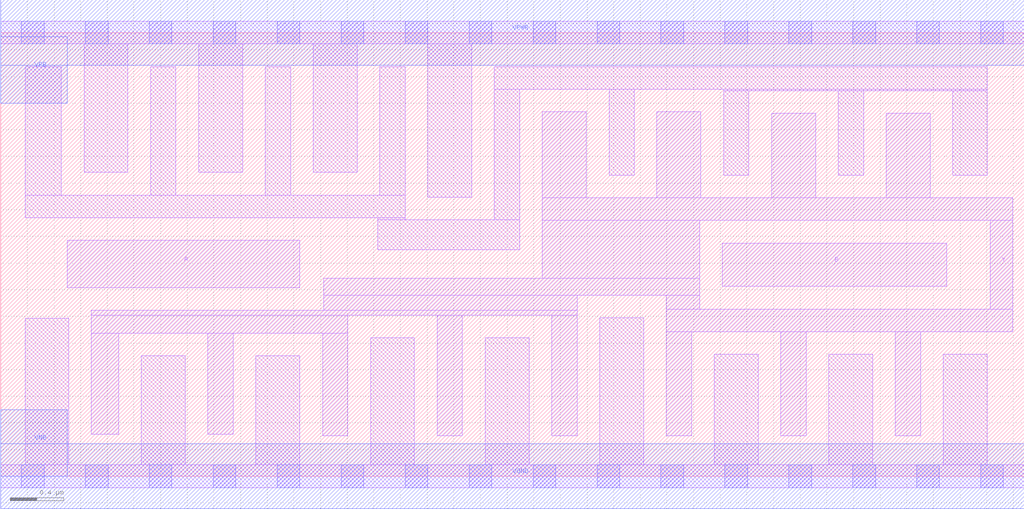
<source format=lef>
# Copyright 2020 The SkyWater PDK Authors
#
# Licensed under the Apache License, Version 2.0 (the "License");
# you may not use this file except in compliance with the License.
# You may obtain a copy of the License at
#
#     https://www.apache.org/licenses/LICENSE-2.0
#
# Unless required by applicable law or agreed to in writing, software
# distributed under the License is distributed on an "AS IS" BASIS,
# WITHOUT WARRANTIES OR CONDITIONS OF ANY KIND, either express or implied.
# See the License for the specific language governing permissions and
# limitations under the License.
#
# SPDX-License-Identifier: Apache-2.0

VERSION 5.5 ;
NAMESCASESENSITIVE ON ;
BUSBITCHARS "[]" ;
DIVIDERCHAR "/" ;
MACRO sky130_fd_sc_lp__nor2_8
  CLASS CORE ;
  SOURCE USER ;
  ORIGIN  0.000000  0.000000 ;
  SIZE  7.680000 BY  3.330000 ;
  SYMMETRY X Y R90 ;
  SITE unit ;
  PIN A
    ANTENNAGATEAREA  2.520000 ;
    DIRECTION INPUT ;
    USE SIGNAL ;
    PORT
      LAYER li1 ;
        RECT 0.500000 1.415000 2.245000 1.770000 ;
    END
  END A
  PIN B
    ANTENNAGATEAREA  2.520000 ;
    DIRECTION INPUT ;
    USE SIGNAL ;
    PORT
      LAYER li1 ;
        RECT 5.415000 1.425000 7.100000 1.750000 ;
    END
  END B
  PIN Y
    ANTENNADIFFAREA  3.292800 ;
    DIRECTION OUTPUT ;
    USE SIGNAL ;
    PORT
      LAYER li1 ;
        RECT 0.680000 0.315000 0.885000 1.075000 ;
        RECT 0.680000 1.075000 2.605000 1.210000 ;
        RECT 0.680000 1.210000 4.325000 1.245000 ;
        RECT 1.555000 0.315000 1.745000 1.075000 ;
        RECT 2.415000 0.305000 2.605000 1.075000 ;
        RECT 2.425000 1.245000 4.325000 1.360000 ;
        RECT 2.425000 1.360000 5.245000 1.485000 ;
        RECT 3.275000 0.305000 3.465000 1.210000 ;
        RECT 4.065000 1.485000 5.245000 1.920000 ;
        RECT 4.065000 1.920000 7.595000 2.090000 ;
        RECT 4.065000 2.090000 4.395000 2.735000 ;
        RECT 4.135000 0.305000 4.325000 1.210000 ;
        RECT 4.925000 2.090000 5.255000 2.735000 ;
        RECT 4.995000 0.305000 5.185000 1.085000 ;
        RECT 4.995000 1.085000 7.595000 1.255000 ;
        RECT 4.995000 1.255000 5.245000 1.360000 ;
        RECT 5.785000 2.090000 6.115000 2.725000 ;
        RECT 5.855000 0.305000 6.045000 1.085000 ;
        RECT 6.645000 2.090000 6.975000 2.725000 ;
        RECT 6.715000 0.305000 6.905000 1.085000 ;
        RECT 7.425000 1.255000 7.595000 1.920000 ;
    END
  END Y
  PIN VGND
    DIRECTION INOUT ;
    USE GROUND ;
    PORT
      LAYER met1 ;
        RECT 0.000000 -0.245000 7.680000 0.245000 ;
    END
  END VGND
  PIN VNB
    DIRECTION INOUT ;
    USE GROUND ;
    PORT
      LAYER met1 ;
        RECT 0.000000 0.000000 0.500000 0.500000 ;
    END
  END VNB
  PIN VPB
    DIRECTION INOUT ;
    USE POWER ;
    PORT
      LAYER met1 ;
        RECT 0.000000 2.800000 0.500000 3.300000 ;
    END
  END VPB
  PIN VPWR
    DIRECTION INOUT ;
    USE POWER ;
    PORT
      LAYER met1 ;
        RECT 0.000000 3.085000 7.680000 3.575000 ;
    END
  END VPWR
  OBS
    LAYER li1 ;
      RECT 0.000000 -0.085000 7.680000 0.085000 ;
      RECT 0.000000  3.245000 7.680000 3.415000 ;
      RECT 0.185000  0.085000 0.510000 1.185000 ;
      RECT 0.185000  1.940000 3.035000 2.110000 ;
      RECT 0.185000  2.110000 0.455000 3.075000 ;
      RECT 0.625000  2.280000 0.955000 3.245000 ;
      RECT 1.055000  0.085000 1.385000 0.905000 ;
      RECT 1.125000  2.110000 1.315000 3.075000 ;
      RECT 1.485000  2.280000 1.815000 3.245000 ;
      RECT 1.915000  0.085000 2.245000 0.905000 ;
      RECT 1.985000  2.110000 2.175000 3.075000 ;
      RECT 2.345000  2.280000 2.675000 3.245000 ;
      RECT 2.775000  0.085000 3.105000 1.040000 ;
      RECT 2.830000  1.700000 3.895000 1.925000 ;
      RECT 2.830000  1.925000 3.035000 1.940000 ;
      RECT 2.845000  2.110000 3.035000 3.075000 ;
      RECT 3.205000  2.095000 3.535000 3.245000 ;
      RECT 3.635000  0.085000 3.965000 1.040000 ;
      RECT 3.705000  1.925000 3.895000 2.905000 ;
      RECT 3.705000  2.905000 7.405000 3.075000 ;
      RECT 4.495000  0.085000 4.825000 1.190000 ;
      RECT 4.565000  2.260000 4.755000 2.905000 ;
      RECT 5.355000  0.085000 5.685000 0.915000 ;
      RECT 5.425000  2.260000 5.615000 2.895000 ;
      RECT 5.425000  2.895000 7.405000 2.905000 ;
      RECT 6.215000  0.085000 6.545000 0.915000 ;
      RECT 6.285000  2.260000 6.475000 2.895000 ;
      RECT 7.075000  0.085000 7.405000 0.915000 ;
      RECT 7.145000  2.260000 7.405000 2.895000 ;
    LAYER mcon ;
      RECT 0.155000 -0.085000 0.325000 0.085000 ;
      RECT 0.155000  3.245000 0.325000 3.415000 ;
      RECT 0.635000 -0.085000 0.805000 0.085000 ;
      RECT 0.635000  3.245000 0.805000 3.415000 ;
      RECT 1.115000 -0.085000 1.285000 0.085000 ;
      RECT 1.115000  3.245000 1.285000 3.415000 ;
      RECT 1.595000 -0.085000 1.765000 0.085000 ;
      RECT 1.595000  3.245000 1.765000 3.415000 ;
      RECT 2.075000 -0.085000 2.245000 0.085000 ;
      RECT 2.075000  3.245000 2.245000 3.415000 ;
      RECT 2.555000 -0.085000 2.725000 0.085000 ;
      RECT 2.555000  3.245000 2.725000 3.415000 ;
      RECT 3.035000 -0.085000 3.205000 0.085000 ;
      RECT 3.035000  3.245000 3.205000 3.415000 ;
      RECT 3.515000 -0.085000 3.685000 0.085000 ;
      RECT 3.515000  3.245000 3.685000 3.415000 ;
      RECT 3.995000 -0.085000 4.165000 0.085000 ;
      RECT 3.995000  3.245000 4.165000 3.415000 ;
      RECT 4.475000 -0.085000 4.645000 0.085000 ;
      RECT 4.475000  3.245000 4.645000 3.415000 ;
      RECT 4.955000 -0.085000 5.125000 0.085000 ;
      RECT 4.955000  3.245000 5.125000 3.415000 ;
      RECT 5.435000 -0.085000 5.605000 0.085000 ;
      RECT 5.435000  3.245000 5.605000 3.415000 ;
      RECT 5.915000 -0.085000 6.085000 0.085000 ;
      RECT 5.915000  3.245000 6.085000 3.415000 ;
      RECT 6.395000 -0.085000 6.565000 0.085000 ;
      RECT 6.395000  3.245000 6.565000 3.415000 ;
      RECT 6.875000 -0.085000 7.045000 0.085000 ;
      RECT 6.875000  3.245000 7.045000 3.415000 ;
      RECT 7.355000 -0.085000 7.525000 0.085000 ;
      RECT 7.355000  3.245000 7.525000 3.415000 ;
  END
END sky130_fd_sc_lp__nor2_8

</source>
